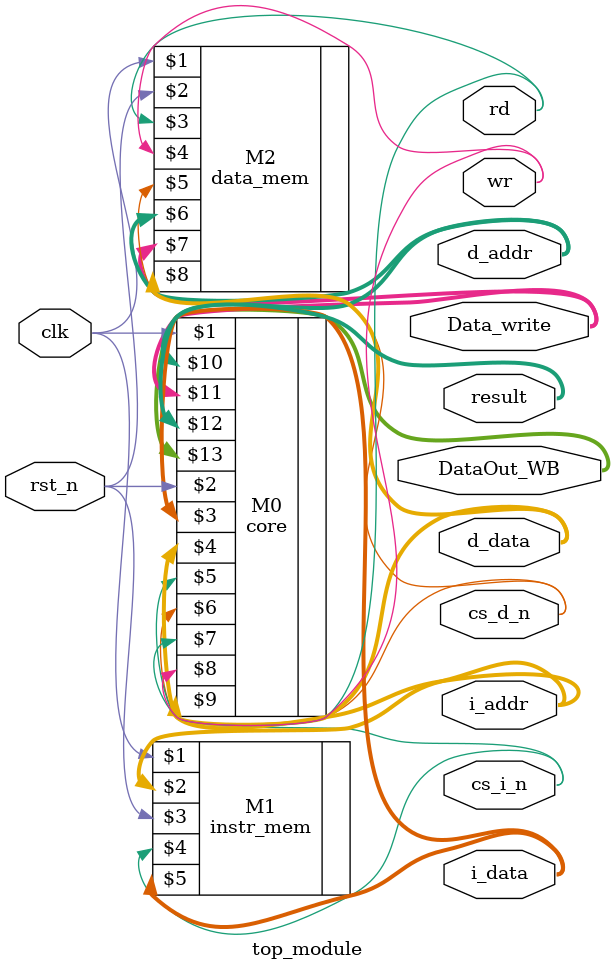
<source format=v>
`timescale 1ns / 1ps
`default_nettype none

module top_module(
input wire clk,
input wire rst_n,
output wire [31:0] i_data,
output wire [31:0] d_data,
output wire rd,
output wire wr,
output wire cs_i_n,
output wire cs_d_n,
output wire [31:0] i_addr,
output wire [31:0] result,
output wire [31:0] DataOut_WB,
output wire [31:0] d_addr,
output wire [31:0] Data_write
);

//wire [31:0] i_data;
//wire [31:0] d_data;
//wire cs_i_n;
//wire cs_d_n;
//wire rd;
//wire wr;
//wire [31:0] i_addr,
//wire [31:0] d_addr;
//wire [31:0] Data_write;

core M0(
clk,
rst_n,
i_data,
d_data,
cs_i_n,
cs_d_n,
rd,
wr,
i_addr,
d_addr,
Data_write,
result,
DataOut_WB
);

instr_mem M1(
clk,
i_addr,
rst_n,
cs_i_n,
i_data
);

data_mem M2(
clk,
rst_n,
rd,
wr,
cs_d_n,
d_addr,
Data_write,
d_data
);

endmodule

</source>
